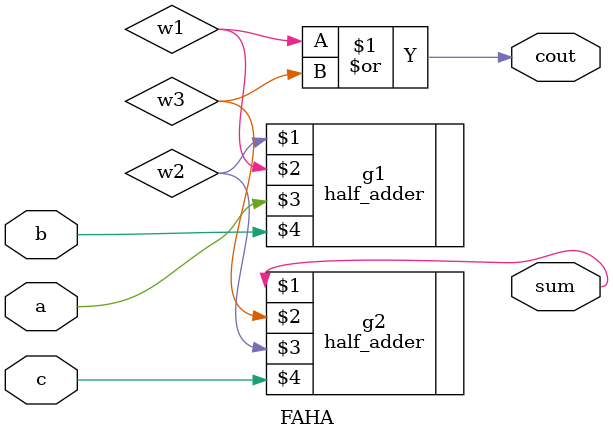
<source format=v>
`timescale 1ns / 1ps


module FAHA(sum,cout,a,b,c);
input a,b,c;
output sum,cout;
wire w1,w2;
half_adder g1(w2,w1,a,b);
half_adder g2(sum,w3,w2,c);
or(cout,w1,w3);

endmodule

</source>
